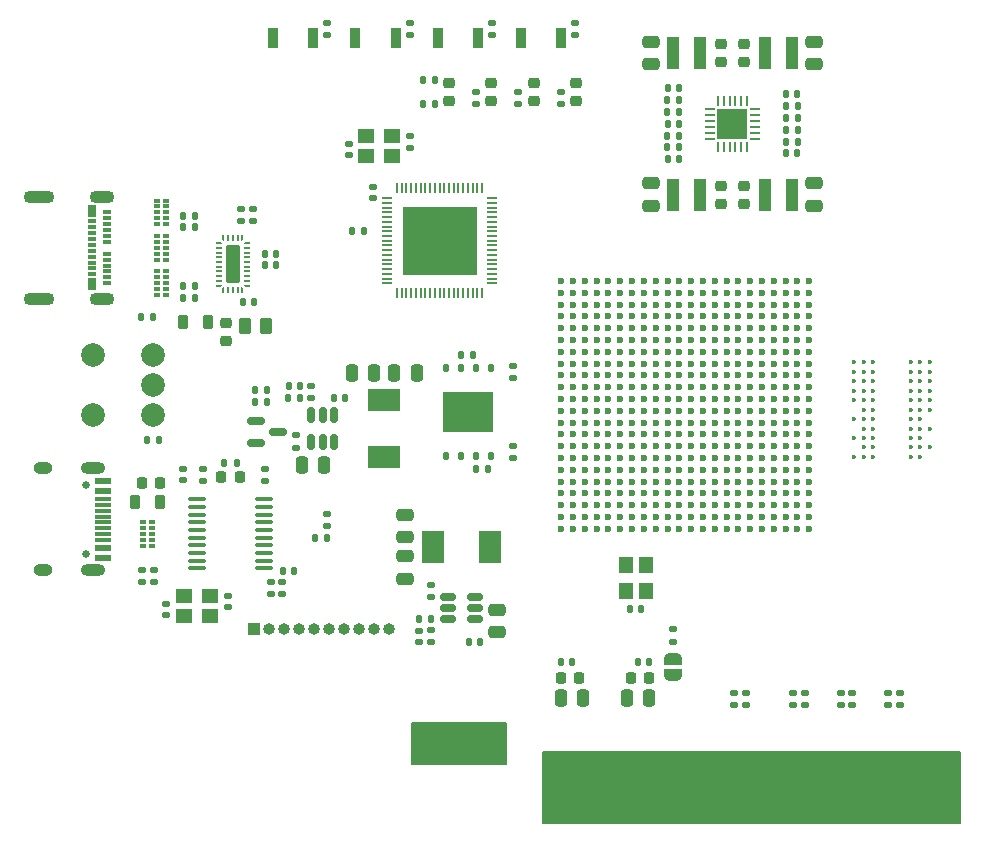
<source format=gbr>
%TF.GenerationSoftware,KiCad,Pcbnew,7.0.10*%
%TF.CreationDate,2024-01-01T19:00:51+10:00*%
%TF.ProjectId,PCIeDMA,50434965-444d-4412-9e6b-696361645f70,1*%
%TF.SameCoordinates,Original*%
%TF.FileFunction,Soldermask,Top*%
%TF.FilePolarity,Negative*%
%FSLAX46Y46*%
G04 Gerber Fmt 4.6, Leading zero omitted, Abs format (unit mm)*
G04 Created by KiCad (PCBNEW 7.0.10) date 2024-01-01 19:00:51*
%MOMM*%
%LPD*%
G01*
G04 APERTURE LIST*
G04 Aperture macros list*
%AMRoundRect*
0 Rectangle with rounded corners*
0 $1 Rounding radius*
0 $2 $3 $4 $5 $6 $7 $8 $9 X,Y pos of 4 corners*
0 Add a 4 corners polygon primitive as box body*
4,1,4,$2,$3,$4,$5,$6,$7,$8,$9,$2,$3,0*
0 Add four circle primitives for the rounded corners*
1,1,$1+$1,$2,$3*
1,1,$1+$1,$4,$5*
1,1,$1+$1,$6,$7*
1,1,$1+$1,$8,$9*
0 Add four rect primitives between the rounded corners*
20,1,$1+$1,$2,$3,$4,$5,0*
20,1,$1+$1,$4,$5,$6,$7,0*
20,1,$1+$1,$6,$7,$8,$9,0*
20,1,$1+$1,$8,$9,$2,$3,0*%
%AMFreePoly0*
4,1,18,-0.250000,0.050000,-0.246194,0.069134,-0.235355,0.085355,-0.219134,0.096194,-0.200000,0.100000,0.150000,0.100000,0.250000,0.000000,0.250000,-0.050000,0.246194,-0.069134,0.235355,-0.085355,0.219134,-0.096194,0.200000,-0.100000,-0.200000,-0.100000,-0.219134,-0.096194,-0.235355,-0.085355,-0.246194,-0.069134,-0.250000,-0.050000,-0.250000,0.050000,-0.250000,0.050000,$1*%
%AMFreePoly1*
4,1,18,-0.250000,0.050000,-0.246194,0.069134,-0.235355,0.085355,-0.219134,0.096194,-0.200000,0.100000,0.200000,0.100000,0.219134,0.096194,0.235355,0.085355,0.246194,0.069134,0.250000,0.050000,0.250000,0.000000,0.150000,-0.100000,-0.200000,-0.100000,-0.219134,-0.096194,-0.235355,-0.085355,-0.246194,-0.069134,-0.250000,-0.050000,-0.250000,0.050000,-0.250000,0.050000,$1*%
%AMFreePoly2*
4,1,18,-0.100000,0.150000,0.000000,0.250000,0.050000,0.250000,0.069134,0.246194,0.085355,0.235355,0.096194,0.219134,0.100000,0.200000,0.100000,-0.200000,0.096194,-0.219134,0.085355,-0.235355,0.069134,-0.246194,0.050000,-0.250000,-0.050000,-0.250000,-0.069134,-0.246194,-0.085355,-0.235355,-0.096194,-0.219134,-0.100000,-0.200000,-0.100000,0.150000,-0.100000,0.150000,$1*%
%AMFreePoly3*
4,1,18,-0.100000,0.200000,-0.096194,0.219134,-0.085355,0.235355,-0.069134,0.246194,-0.050000,0.250000,0.000000,0.250000,0.100000,0.150000,0.100000,-0.200000,0.096194,-0.219134,0.085355,-0.235355,0.069134,-0.246194,0.050000,-0.250000,-0.050000,-0.250000,-0.069134,-0.246194,-0.085355,-0.235355,-0.096194,-0.219134,-0.100000,-0.200000,-0.100000,0.200000,-0.100000,0.200000,$1*%
%AMFreePoly4*
4,1,18,-0.250000,0.050000,-0.246194,0.069134,-0.235355,0.085355,-0.219134,0.096194,-0.200000,0.100000,0.200000,0.100000,0.219134,0.096194,0.235355,0.085355,0.246194,0.069134,0.250000,0.050000,0.250000,-0.050000,0.246194,-0.069134,0.235355,-0.085355,0.219134,-0.096194,0.200000,-0.100000,-0.150000,-0.100000,-0.250000,0.000000,-0.250000,0.050000,-0.250000,0.050000,$1*%
%AMFreePoly5*
4,1,18,-0.250000,0.000000,-0.150000,0.100000,0.200000,0.100000,0.219134,0.096194,0.235355,0.085355,0.246194,0.069134,0.250000,0.050000,0.250000,-0.050000,0.246194,-0.069134,0.235355,-0.085355,0.219134,-0.096194,0.200000,-0.100000,-0.200000,-0.100000,-0.219134,-0.096194,-0.235355,-0.085355,-0.246194,-0.069134,-0.250000,-0.050000,-0.250000,0.000000,-0.250000,0.000000,$1*%
%AMFreePoly6*
4,1,18,-0.100000,0.200000,-0.096194,0.219134,-0.085355,0.235355,-0.069134,0.246194,-0.050000,0.250000,0.050000,0.250000,0.069134,0.246194,0.085355,0.235355,0.096194,0.219134,0.100000,0.200000,0.100000,-0.150000,0.000000,-0.250000,-0.050000,-0.250000,-0.069134,-0.246194,-0.085355,-0.235355,-0.096194,-0.219134,-0.100000,-0.200000,-0.100000,0.200000,-0.100000,0.200000,$1*%
%AMFreePoly7*
4,1,18,-0.100000,0.200000,-0.096194,0.219134,-0.085355,0.235355,-0.069134,0.246194,-0.050000,0.250000,0.050000,0.250000,0.069134,0.246194,0.085355,0.235355,0.096194,0.219134,0.100000,0.200000,0.100000,-0.200000,0.096194,-0.219134,0.085355,-0.235355,0.069134,-0.246194,0.050000,-0.250000,0.000000,-0.250000,-0.100000,-0.150000,-0.100000,0.200000,-0.100000,0.200000,$1*%
%AMFreePoly8*
4,1,19,0.500000,-0.750000,0.000000,-0.750000,0.000000,-0.744911,-0.071157,-0.744911,-0.207708,-0.704816,-0.327430,-0.627875,-0.420627,-0.520320,-0.479746,-0.390866,-0.500000,-0.250000,-0.500000,0.250000,-0.479746,0.390866,-0.420627,0.520320,-0.327430,0.627875,-0.207708,0.704816,-0.071157,0.744911,0.000000,0.744911,0.000000,0.750000,0.500000,0.750000,0.500000,-0.750000,0.500000,-0.750000,
$1*%
%AMFreePoly9*
4,1,19,0.000000,0.744911,0.071157,0.744911,0.207708,0.704816,0.327430,0.627875,0.420627,0.520320,0.479746,0.390866,0.500000,0.250000,0.500000,-0.250000,0.479746,-0.390866,0.420627,-0.520320,0.327430,-0.627875,0.207708,-0.704816,0.071157,-0.744911,0.000000,-0.744911,0.000000,-0.750000,-0.500000,-0.750000,-0.500000,0.750000,0.000000,0.750000,0.000000,0.744911,0.000000,0.744911,
$1*%
G04 Aperture macros list end*
%ADD10C,0.150000*%
%ADD11RoundRect,0.140000X0.170000X-0.140000X0.170000X0.140000X-0.170000X0.140000X-0.170000X-0.140000X0*%
%ADD12RoundRect,0.135000X0.185000X-0.135000X0.185000X0.135000X-0.185000X0.135000X-0.185000X-0.135000X0*%
%ADD13FreePoly0,180.000000*%
%ADD14RoundRect,0.050000X0.200000X0.050000X-0.200000X0.050000X-0.200000X-0.050000X0.200000X-0.050000X0*%
%ADD15FreePoly1,180.000000*%
%ADD16FreePoly2,180.000000*%
%ADD17RoundRect,0.050000X0.050000X0.200000X-0.050000X0.200000X-0.050000X-0.200000X0.050000X-0.200000X0*%
%ADD18FreePoly3,180.000000*%
%ADD19FreePoly4,180.000000*%
%ADD20FreePoly5,180.000000*%
%ADD21FreePoly6,180.000000*%
%ADD22FreePoly7,180.000000*%
%ADD23RoundRect,0.050000X0.550000X1.550000X-0.550000X1.550000X-0.550000X-1.550000X0.550000X-1.550000X0*%
%ADD24RoundRect,0.250000X0.475000X-0.250000X0.475000X0.250000X-0.475000X0.250000X-0.475000X-0.250000X0*%
%ADD25FreePoly8,270.000000*%
%ADD26FreePoly9,270.000000*%
%ADD27RoundRect,0.140000X-0.140000X-0.170000X0.140000X-0.170000X0.140000X0.170000X-0.140000X0.170000X0*%
%ADD28RoundRect,0.135000X-0.185000X0.135000X-0.185000X-0.135000X0.185000X-0.135000X0.185000X0.135000X0*%
%ADD29RoundRect,0.218750X-0.218750X-0.256250X0.218750X-0.256250X0.218750X0.256250X-0.218750X0.256250X0*%
%ADD30RoundRect,0.140000X-0.170000X0.140000X-0.170000X-0.140000X0.170000X-0.140000X0.170000X0.140000X0*%
%ADD31R,0.900000X1.700000*%
%ADD32RoundRect,0.225000X0.225000X0.250000X-0.225000X0.250000X-0.225000X-0.250000X0.225000X-0.250000X0*%
%ADD33R,2.790000X1.903000*%
%ADD34C,0.600000*%
%ADD35RoundRect,0.250000X-0.250000X-0.475000X0.250000X-0.475000X0.250000X0.475000X-0.250000X0.475000X0*%
%ADD36RoundRect,0.135000X-0.135000X-0.185000X0.135000X-0.185000X0.135000X0.185000X-0.135000X0.185000X0*%
%ADD37RoundRect,0.135000X0.135000X0.185000X-0.135000X0.185000X-0.135000X-0.185000X0.135000X-0.185000X0*%
%ADD38RoundRect,0.140000X0.140000X0.170000X-0.140000X0.170000X-0.140000X-0.170000X0.140000X-0.170000X0*%
%ADD39RoundRect,0.250000X-0.475000X0.250000X-0.475000X-0.250000X0.475000X-0.250000X0.475000X0.250000X0*%
%ADD40RoundRect,0.218750X-0.256250X0.218750X-0.256250X-0.218750X0.256250X-0.218750X0.256250X0.218750X0*%
%ADD41RoundRect,0.250000X0.250000X0.475000X-0.250000X0.475000X-0.250000X-0.475000X0.250000X-0.475000X0*%
%ADD42R,0.550000X0.300000*%
%ADD43R,0.550000X0.400000*%
%ADD44C,0.650000*%
%ADD45R,1.450000X0.600000*%
%ADD46R,1.450000X0.300000*%
%ADD47O,2.100000X1.000000*%
%ADD48O,1.600000X1.000000*%
%ADD49RoundRect,0.150000X-0.512500X-0.150000X0.512500X-0.150000X0.512500X0.150000X-0.512500X0.150000X0*%
%ADD50RoundRect,0.100000X0.637500X0.100000X-0.637500X0.100000X-0.637500X-0.100000X0.637500X-0.100000X0*%
%ADD51RoundRect,0.050000X-0.050000X0.387500X-0.050000X-0.387500X0.050000X-0.387500X0.050000X0.387500X0*%
%ADD52RoundRect,0.050000X-0.387500X0.050000X-0.387500X-0.050000X0.387500X-0.050000X0.387500X0.050000X0*%
%ADD53R,6.310000X5.810000*%
%ADD54R,1.000000X2.750000*%
%ADD55RoundRect,0.225000X-0.250000X0.225000X-0.250000X-0.225000X0.250000X-0.225000X0.250000X0.225000X0*%
%ADD56R,0.700000X0.300000*%
%ADD57R,0.700000X1.000000*%
%ADD58O,2.100000X1.100000*%
%ADD59O,2.600000X1.100000*%
%ADD60R,1.400000X1.200000*%
%ADD61RoundRect,0.125000X-0.125000X0.200000X-0.125000X-0.200000X0.125000X-0.200000X0.125000X0.200000X0*%
%ADD62R,4.300000X3.400000*%
%ADD63C,2.000000*%
%ADD64RoundRect,0.150000X-0.150000X0.512500X-0.150000X-0.512500X0.150000X-0.512500X0.150000X0.512500X0*%
%ADD65RoundRect,0.150000X-0.587500X-0.150000X0.587500X-0.150000X0.587500X0.150000X-0.587500X0.150000X0*%
%ADD66R,0.700000X4.300000*%
%ADD67R,0.700000X3.200000*%
%ADD68RoundRect,0.250000X-0.262500X-0.450000X0.262500X-0.450000X0.262500X0.450000X-0.262500X0.450000X0*%
%ADD69RoundRect,0.062500X-0.350000X-0.062500X0.350000X-0.062500X0.350000X0.062500X-0.350000X0.062500X0*%
%ADD70RoundRect,0.062500X-0.062500X-0.350000X0.062500X-0.350000X0.062500X0.350000X-0.062500X0.350000X0*%
%ADD71R,2.600000X2.600000*%
%ADD72RoundRect,0.218750X-0.218750X-0.381250X0.218750X-0.381250X0.218750X0.381250X-0.218750X0.381250X0*%
%ADD73R,1.903000X2.790000*%
%ADD74R,1.000000X1.000000*%
%ADD75O,1.000000X1.000000*%
%ADD76RoundRect,0.225000X0.250000X-0.225000X0.250000X0.225000X-0.250000X0.225000X-0.250000X-0.225000X0*%
%ADD77R,1.200000X1.400000*%
%ADD78C,0.360000*%
%ADD79RoundRect,0.225000X-0.225000X-0.250000X0.225000X-0.250000X0.225000X0.250000X-0.225000X0.250000X0*%
G04 APERTURE END LIST*
D10*
X79800000Y-69400000D02*
X44500000Y-69400000D01*
X44500000Y-63375000D01*
X79800000Y-63375000D01*
X79800000Y-69400000D01*
G36*
X79800000Y-69400000D02*
G01*
X44500000Y-69400000D01*
X44500000Y-63375000D01*
X79800000Y-63375000D01*
X79800000Y-69400000D01*
G37*
X41350000Y-64400000D02*
X33350000Y-64400000D01*
X33350000Y-60900000D01*
X41350000Y-60900000D01*
X41350000Y-64400000D01*
G36*
X41350000Y-64400000D02*
G01*
X33350000Y-64400000D01*
X33350000Y-60900000D01*
X41350000Y-60900000D01*
X41350000Y-64400000D01*
G37*
D11*
%TO.C,C28*%
X12550000Y-51830000D03*
X12550000Y-50870000D03*
%TD*%
D12*
%TO.C,R47*%
X23550000Y-37610000D03*
X23550000Y-36590000D03*
%TD*%
D13*
%TO.C,U6*%
X19400000Y-23900000D03*
D14*
X19400000Y-23500000D03*
X19400000Y-23100000D03*
X19400000Y-22700000D03*
X19400000Y-22300000D03*
X19400000Y-21900000D03*
X19400000Y-21500000D03*
X19400000Y-21100000D03*
X19400000Y-20700000D03*
D15*
X19400000Y-20300000D03*
D16*
X19000000Y-19900000D03*
D17*
X18600000Y-19900000D03*
X18200000Y-19900000D03*
X17800000Y-19900000D03*
D18*
X17400000Y-19900000D03*
D19*
X17000000Y-20300000D03*
D14*
X17000000Y-20700000D03*
X17000000Y-21100000D03*
X17000000Y-21500000D03*
X17000000Y-21900000D03*
X17000000Y-22300000D03*
X17000000Y-22700000D03*
X17000000Y-23100000D03*
X17000000Y-23500000D03*
D20*
X17000000Y-23900000D03*
D21*
X17400000Y-24300000D03*
D17*
X17800000Y-24300000D03*
X18200000Y-24300000D03*
X18600000Y-24300000D03*
D22*
X19000000Y-24300000D03*
D23*
X18200000Y-22100000D03*
%TD*%
D24*
%TO.C,C111*%
X53600000Y-17150000D03*
X53600000Y-15250000D03*
%TD*%
D25*
%TO.C,JP1*%
X55500000Y-55550000D03*
D26*
X55500000Y-56850000D03*
%TD*%
D27*
%TO.C,C21*%
X45970000Y-55800000D03*
X46930000Y-55800000D03*
%TD*%
D28*
%TO.C,R36*%
X38775000Y-7490000D03*
X38775000Y-8510000D03*
%TD*%
D29*
%TO.C,D1*%
X17212500Y-40100000D03*
X18787500Y-40100000D03*
%TD*%
D30*
%TO.C,C5*%
X60650000Y-58420000D03*
X60650000Y-59380000D03*
%TD*%
D27*
%TO.C,C31*%
X14020000Y-18925000D03*
X14980000Y-18925000D03*
%TD*%
D12*
%TO.C,R13*%
X15700000Y-40410000D03*
X15700000Y-39390000D03*
%TD*%
D27*
%TO.C,C34*%
X14020000Y-23975000D03*
X14980000Y-23975000D03*
%TD*%
D31*
%TO.C,SW3*%
X28575000Y-2900000D03*
X31975000Y-2900000D03*
%TD*%
D30*
%TO.C,C4*%
X74650000Y-58420000D03*
X74650000Y-59380000D03*
%TD*%
D32*
%TO.C,C25*%
X12025000Y-40600000D03*
X10475000Y-40600000D03*
%TD*%
%TO.C,C23*%
X53425000Y-57100000D03*
X51875000Y-57100000D03*
%TD*%
D27*
%TO.C,C107*%
X55020000Y-13200000D03*
X55980000Y-13200000D03*
%TD*%
D33*
%TO.C,L2*%
X31000000Y-38426500D03*
X31000000Y-33573500D03*
%TD*%
D34*
%TO.C,U8*%
X67000000Y-44500000D03*
X66000000Y-44500000D03*
X65000000Y-44500000D03*
X64000000Y-44500000D03*
X63000000Y-44500000D03*
X62000000Y-44500000D03*
X61000000Y-44500000D03*
X60000000Y-44500000D03*
X59000000Y-44500000D03*
X58000000Y-44500000D03*
X57000000Y-44500000D03*
X56000000Y-44500000D03*
X55000000Y-44500000D03*
X54000000Y-44500000D03*
X53000000Y-44500000D03*
X52000000Y-44500000D03*
X51000000Y-44500000D03*
X50000000Y-44500000D03*
X49000000Y-44500000D03*
X48000000Y-44500000D03*
X47000000Y-44500000D03*
X46000000Y-44500000D03*
X67000000Y-24500000D03*
X66000000Y-24500000D03*
X65000000Y-24500000D03*
X64000000Y-24500000D03*
X63000000Y-24500000D03*
X62000000Y-24500000D03*
X61000000Y-24500000D03*
X60000000Y-24500000D03*
X59000000Y-24500000D03*
X58000000Y-24500000D03*
X57000000Y-24500000D03*
X56000000Y-24500000D03*
X55000000Y-24500000D03*
X54000000Y-24500000D03*
X53000000Y-24500000D03*
X52000000Y-24500000D03*
X51000000Y-24500000D03*
X50000000Y-24500000D03*
X49000000Y-24500000D03*
X48000000Y-24500000D03*
X47000000Y-24500000D03*
X46000000Y-24500000D03*
X67000000Y-23500000D03*
X66000000Y-23500000D03*
X65000000Y-23500000D03*
X64000000Y-23500000D03*
X63000000Y-23500000D03*
X62000000Y-23500000D03*
X61000000Y-23500000D03*
X60000000Y-23500000D03*
X59000000Y-23500000D03*
X58000000Y-23500000D03*
X57000000Y-23500000D03*
X56000000Y-23500000D03*
X55000000Y-23500000D03*
X54000000Y-23500000D03*
X53000000Y-23500000D03*
X52000000Y-23500000D03*
X51000000Y-23500000D03*
X50000000Y-23500000D03*
X49000000Y-23500000D03*
X48000000Y-23500000D03*
X47000000Y-23500000D03*
X46000000Y-23500000D03*
X67000000Y-43500000D03*
X66000000Y-43500000D03*
X65000000Y-43500000D03*
X64000000Y-43500000D03*
X63000000Y-43500000D03*
X62000000Y-43500000D03*
X61000000Y-43500000D03*
X60000000Y-43500000D03*
X59000000Y-43500000D03*
X58000000Y-43500000D03*
X57000000Y-43500000D03*
X56000000Y-43500000D03*
X55000000Y-43500000D03*
X54000000Y-43500000D03*
X53000000Y-43500000D03*
X52000000Y-43500000D03*
X51000000Y-43500000D03*
X50000000Y-43500000D03*
X49000000Y-43500000D03*
X48000000Y-43500000D03*
X47000000Y-43500000D03*
X46000000Y-43500000D03*
X67000000Y-42500000D03*
X66000000Y-42500000D03*
X65000000Y-42500000D03*
X64000000Y-42500000D03*
X63000000Y-42500000D03*
X62000000Y-42500000D03*
X61000000Y-42500000D03*
X60000000Y-42500000D03*
X59000000Y-42500000D03*
X58000000Y-42500000D03*
X57000000Y-42500000D03*
X56000000Y-42500000D03*
X55000000Y-42500000D03*
X54000000Y-42500000D03*
X53000000Y-42500000D03*
X52000000Y-42500000D03*
X51000000Y-42500000D03*
X50000000Y-42500000D03*
X49000000Y-42500000D03*
X48000000Y-42500000D03*
X47000000Y-42500000D03*
X46000000Y-42500000D03*
X67000000Y-41500000D03*
X66000000Y-41500000D03*
X65000000Y-41500000D03*
X64000000Y-41500000D03*
X63000000Y-41500000D03*
X62000000Y-41500000D03*
X61000000Y-41500000D03*
X60000000Y-41500000D03*
X59000000Y-41500000D03*
X58000000Y-41500000D03*
X57000000Y-41500000D03*
X56000000Y-41500000D03*
X55000000Y-41500000D03*
X54000000Y-41500000D03*
X53000000Y-41500000D03*
X52000000Y-41500000D03*
X51000000Y-41500000D03*
X50000000Y-41500000D03*
X49000000Y-41500000D03*
X48000000Y-41500000D03*
X47000000Y-41500000D03*
X46000000Y-41500000D03*
X67000000Y-40500000D03*
X66000000Y-40500000D03*
X65000000Y-40500000D03*
X64000000Y-40500000D03*
X63000000Y-40500000D03*
X62000000Y-40500000D03*
X61000000Y-40500000D03*
X60000000Y-40500000D03*
X59000000Y-40500000D03*
X58000000Y-40500000D03*
X57000000Y-40500000D03*
X56000000Y-40500000D03*
X55000000Y-40500000D03*
X54000000Y-40500000D03*
X53000000Y-40500000D03*
X52000000Y-40500000D03*
X51000000Y-40500000D03*
X50000000Y-40500000D03*
X49000000Y-40500000D03*
X48000000Y-40500000D03*
X47000000Y-40500000D03*
X46000000Y-40500000D03*
X67000000Y-39500000D03*
X66000000Y-39500000D03*
X65000000Y-39500000D03*
X64000000Y-39500000D03*
X63000000Y-39500000D03*
X62000000Y-39500000D03*
X61000000Y-39500000D03*
X60000000Y-39500000D03*
X59000000Y-39500000D03*
X58000000Y-39500000D03*
X57000000Y-39500000D03*
X56000000Y-39500000D03*
X55000000Y-39500000D03*
X54000000Y-39500000D03*
X53000000Y-39500000D03*
X52000000Y-39500000D03*
X51000000Y-39500000D03*
X50000000Y-39500000D03*
X49000000Y-39500000D03*
X48000000Y-39500000D03*
X47000000Y-39500000D03*
X46000000Y-39500000D03*
X67000000Y-38500000D03*
X66000000Y-38500000D03*
X65000000Y-38500000D03*
X64000000Y-38500000D03*
X63000000Y-38500000D03*
X62000000Y-38500000D03*
X61000000Y-38500000D03*
X60000000Y-38500000D03*
X59000000Y-38500000D03*
X58000000Y-38500000D03*
X57000000Y-38500000D03*
X56000000Y-38500000D03*
X55000000Y-38500000D03*
X54000000Y-38500000D03*
X53000000Y-38500000D03*
X52000000Y-38500000D03*
X51000000Y-38500000D03*
X50000000Y-38500000D03*
X49000000Y-38500000D03*
X48000000Y-38500000D03*
X47000000Y-38500000D03*
X46000000Y-38500000D03*
X67000000Y-37500000D03*
X66000000Y-37500000D03*
X65000000Y-37500000D03*
X64000000Y-37500000D03*
X63000000Y-37500000D03*
X62000000Y-37500000D03*
X61000000Y-37500000D03*
X60000000Y-37500000D03*
X59000000Y-37500000D03*
X58000000Y-37500000D03*
X57000000Y-37500000D03*
X56000000Y-37500000D03*
X55000000Y-37500000D03*
X54000000Y-37500000D03*
X53000000Y-37500000D03*
X52000000Y-37500000D03*
X51000000Y-37500000D03*
X50000000Y-37500000D03*
X49000000Y-37500000D03*
X48000000Y-37500000D03*
X47000000Y-37500000D03*
X46000000Y-37500000D03*
X67000000Y-36500000D03*
X66000000Y-36500000D03*
X65000000Y-36500000D03*
X64000000Y-36500000D03*
X63000000Y-36500000D03*
X62000000Y-36500000D03*
X61000000Y-36500000D03*
X60000000Y-36500000D03*
X59000000Y-36500000D03*
X58000000Y-36500000D03*
X57000000Y-36500000D03*
X56000000Y-36500000D03*
X55000000Y-36500000D03*
X54000000Y-36500000D03*
X53000000Y-36500000D03*
X52000000Y-36500000D03*
X51000000Y-36500000D03*
X50000000Y-36500000D03*
X49000000Y-36500000D03*
X48000000Y-36500000D03*
X47000000Y-36500000D03*
X46000000Y-36500000D03*
X67000000Y-35500000D03*
X66000000Y-35500000D03*
X65000000Y-35500000D03*
X64000000Y-35500000D03*
X63000000Y-35500000D03*
X62000000Y-35500000D03*
X61000000Y-35500000D03*
X60000000Y-35500000D03*
X59000000Y-35500000D03*
X58000000Y-35500000D03*
X57000000Y-35500000D03*
X56000000Y-35500000D03*
X55000000Y-35500000D03*
X54000000Y-35500000D03*
X53000000Y-35500000D03*
X52000000Y-35500000D03*
X51000000Y-35500000D03*
X50000000Y-35500000D03*
X49000000Y-35500000D03*
X48000000Y-35500000D03*
X47000000Y-35500000D03*
X46000000Y-35500000D03*
X67000000Y-34500000D03*
X66000000Y-34500000D03*
X65000000Y-34500000D03*
X64000000Y-34500000D03*
X63000000Y-34500000D03*
X62000000Y-34500000D03*
X61000000Y-34500000D03*
X60000000Y-34500000D03*
X59000000Y-34500000D03*
X58000000Y-34500000D03*
X57000000Y-34500000D03*
X56000000Y-34500000D03*
X55000000Y-34500000D03*
X54000000Y-34500000D03*
X53000000Y-34500000D03*
X52000000Y-34500000D03*
X51000000Y-34500000D03*
X50000000Y-34500000D03*
X49000000Y-34500000D03*
X48000000Y-34500000D03*
X47000000Y-34500000D03*
X46000000Y-34500000D03*
X67000000Y-33500000D03*
X66000000Y-33500000D03*
X65000000Y-33500000D03*
X64000000Y-33500000D03*
X63000000Y-33500000D03*
X62000000Y-33500000D03*
X61000000Y-33500000D03*
X60000000Y-33500000D03*
X59000000Y-33500000D03*
X58000000Y-33500000D03*
X57000000Y-33500000D03*
X56000000Y-33500000D03*
X55000000Y-33500000D03*
X54000000Y-33500000D03*
X53000000Y-33500000D03*
X52000000Y-33500000D03*
X51000000Y-33500000D03*
X50000000Y-33500000D03*
X49000000Y-33500000D03*
X48000000Y-33500000D03*
X47000000Y-33500000D03*
X46000000Y-33500000D03*
X67000000Y-32500000D03*
X66000000Y-32500000D03*
X65000000Y-32500000D03*
X64000000Y-32500000D03*
X63000000Y-32500000D03*
X62000000Y-32500000D03*
X61000000Y-32500000D03*
X60000000Y-32500000D03*
X59000000Y-32500000D03*
X58000000Y-32500000D03*
X57000000Y-32500000D03*
X56000000Y-32500000D03*
X55000000Y-32500000D03*
X54000000Y-32500000D03*
X53000000Y-32500000D03*
X52000000Y-32500000D03*
X51000000Y-32500000D03*
X50000000Y-32500000D03*
X49000000Y-32500000D03*
X48000000Y-32500000D03*
X47000000Y-32500000D03*
X46000000Y-32500000D03*
X67000000Y-31500000D03*
X66000000Y-31500000D03*
X65000000Y-31500000D03*
X64000000Y-31500000D03*
X63000000Y-31500000D03*
X62000000Y-31500000D03*
X61000000Y-31500000D03*
X60000000Y-31500000D03*
X59000000Y-31500000D03*
X58000000Y-31500000D03*
X57000000Y-31500000D03*
X56000000Y-31500000D03*
X55000000Y-31500000D03*
X54000000Y-31500000D03*
X53000000Y-31500000D03*
X52000000Y-31500000D03*
X51000000Y-31500000D03*
X50000000Y-31500000D03*
X49000000Y-31500000D03*
X48000000Y-31500000D03*
X47000000Y-31500000D03*
X46000000Y-31500000D03*
X67000000Y-30500000D03*
X66000000Y-30500000D03*
X65000000Y-30500000D03*
X64000000Y-30500000D03*
X63000000Y-30500000D03*
X62000000Y-30500000D03*
X61000000Y-30500000D03*
X60000000Y-30500000D03*
X59000000Y-30500000D03*
X58000000Y-30500000D03*
X57000000Y-30500000D03*
X56000000Y-30500000D03*
X55000000Y-30500000D03*
X54000000Y-30500000D03*
X53000000Y-30500000D03*
X52000000Y-30500000D03*
X51000000Y-30500000D03*
X50000000Y-30500000D03*
X49000000Y-30500000D03*
X48000000Y-30500000D03*
X47000000Y-30500000D03*
X46000000Y-30500000D03*
X67000000Y-29500000D03*
X66000000Y-29500000D03*
X65000000Y-29500000D03*
X64000000Y-29500000D03*
X63000000Y-29500000D03*
X62000000Y-29500000D03*
X61000000Y-29500000D03*
X60000000Y-29500000D03*
X59000000Y-29500000D03*
X58000000Y-29500000D03*
X57000000Y-29500000D03*
X56000000Y-29500000D03*
X55000000Y-29500000D03*
X54000000Y-29500000D03*
X53000000Y-29500000D03*
X52000000Y-29500000D03*
X51000000Y-29500000D03*
X50000000Y-29500000D03*
X49000000Y-29500000D03*
X48000000Y-29500000D03*
X47000000Y-29500000D03*
X46000000Y-29500000D03*
X67000000Y-28500000D03*
X66000000Y-28500000D03*
X65000000Y-28500000D03*
X64000000Y-28500000D03*
X63000000Y-28500000D03*
X62000000Y-28500000D03*
X61000000Y-28500000D03*
X60000000Y-28500000D03*
X59000000Y-28500000D03*
X58000000Y-28500000D03*
X57000000Y-28500000D03*
X56000000Y-28500000D03*
X55000000Y-28500000D03*
X54000000Y-28500000D03*
X53000000Y-28500000D03*
X52000000Y-28500000D03*
X51000000Y-28500000D03*
X50000000Y-28500000D03*
X49000000Y-28500000D03*
X48000000Y-28500000D03*
X47000000Y-28500000D03*
X46000000Y-28500000D03*
X67000000Y-27500000D03*
X66000000Y-27500000D03*
X65000000Y-27500000D03*
X64000000Y-27500000D03*
X63000000Y-27500000D03*
X62000000Y-27500000D03*
X61000000Y-27500000D03*
X60000000Y-27500000D03*
X59000000Y-27500000D03*
X58000000Y-27500000D03*
X57000000Y-27500000D03*
X56000000Y-27500000D03*
X55000000Y-27500000D03*
X54000000Y-27500000D03*
X53000000Y-27500000D03*
X52000000Y-27500000D03*
X51000000Y-27500000D03*
X50000000Y-27500000D03*
X49000000Y-27500000D03*
X48000000Y-27500000D03*
X47000000Y-27500000D03*
X46000000Y-27500000D03*
X67000000Y-26500000D03*
X66000000Y-26500000D03*
X65000000Y-26500000D03*
X64000000Y-26500000D03*
X63000000Y-26500000D03*
X62000000Y-26500000D03*
X61000000Y-26500000D03*
X60000000Y-26500000D03*
X59000000Y-26500000D03*
X58000000Y-26500000D03*
X57000000Y-26500000D03*
X56000000Y-26500000D03*
X55000000Y-26500000D03*
X54000000Y-26500000D03*
X53000000Y-26500000D03*
X52000000Y-26500000D03*
X51000000Y-26500000D03*
X50000000Y-26500000D03*
X49000000Y-26500000D03*
X48000000Y-26500000D03*
X47000000Y-26500000D03*
X46000000Y-26500000D03*
X67000000Y-25500000D03*
X66000000Y-25500000D03*
X65000000Y-25500000D03*
X64000000Y-25500000D03*
X63000000Y-25500000D03*
X62000000Y-25500000D03*
X61000000Y-25500000D03*
X60000000Y-25500000D03*
X59000000Y-25500000D03*
X58000000Y-25500000D03*
X57000000Y-25500000D03*
X56000000Y-25500000D03*
X55000000Y-25500000D03*
X54000000Y-25500000D03*
X53000000Y-25500000D03*
X52000000Y-25500000D03*
X51000000Y-25500000D03*
X50000000Y-25500000D03*
X49000000Y-25500000D03*
X48000000Y-25500000D03*
X47000000Y-25500000D03*
X46000000Y-25500000D03*
%TD*%
D11*
%TO.C,C29*%
X14000000Y-40380000D03*
X14000000Y-39420000D03*
%TD*%
D28*
%TO.C,R27*%
X45975000Y-7490000D03*
X45975000Y-8510000D03*
%TD*%
D35*
%TO.C,C99*%
X31850000Y-31300000D03*
X33750000Y-31300000D03*
%TD*%
D36*
%TO.C,R9*%
X17490000Y-38900000D03*
X18510000Y-38900000D03*
%TD*%
D11*
%TO.C,C93*%
X34000000Y-54080000D03*
X34000000Y-53120000D03*
%TD*%
%TO.C,C88*%
X41900000Y-38480000D03*
X41900000Y-37520000D03*
%TD*%
D37*
%TO.C,R18*%
X26210000Y-45250000D03*
X25190000Y-45250000D03*
%TD*%
D36*
%TO.C,R59*%
X64990000Y-8700000D03*
X66010000Y-8700000D03*
%TD*%
D38*
%TO.C,C101*%
X55980000Y-10200000D03*
X55020000Y-10200000D03*
%TD*%
D39*
%TO.C,C95*%
X32800000Y-46800000D03*
X32800000Y-48700000D03*
%TD*%
D36*
%TO.C,R53*%
X64990000Y-11700000D03*
X66010000Y-11700000D03*
%TD*%
D28*
%TO.C,R29*%
X26175000Y-1690000D03*
X26175000Y-2710000D03*
%TD*%
%TO.C,R24*%
X47175000Y-1690000D03*
X47175000Y-2710000D03*
%TD*%
D40*
%TO.C,D2*%
X47275000Y-6712500D03*
X47275000Y-8287500D03*
%TD*%
D36*
%TO.C,R48*%
X22890000Y-33400000D03*
X23910000Y-33400000D03*
%TD*%
D37*
%TO.C,R58*%
X66010000Y-9700000D03*
X64990000Y-9700000D03*
%TD*%
D41*
%TO.C,C100*%
X30150000Y-31300000D03*
X28250000Y-31300000D03*
%TD*%
D27*
%TO.C,C33*%
X14020000Y-17975000D03*
X14980000Y-17975000D03*
%TD*%
D42*
%TO.C,U4*%
X11765000Y-16700000D03*
X11765000Y-17200000D03*
D43*
X11765000Y-17700000D03*
D42*
X11765000Y-18200000D03*
X11765000Y-18700000D03*
X12535000Y-18700000D03*
X12535000Y-18200000D03*
D43*
X12535000Y-17700000D03*
D42*
X12535000Y-17200000D03*
X12535000Y-16700000D03*
%TD*%
D44*
%TO.C,J2*%
X5790000Y-40810000D03*
X5790000Y-46590000D03*
D45*
X7235000Y-40450000D03*
X7235000Y-41250000D03*
D46*
X7235000Y-42450000D03*
X7235000Y-43450000D03*
X7235000Y-43950000D03*
X7235000Y-44950000D03*
D45*
X7235000Y-46150000D03*
X7235000Y-46950000D03*
X7235000Y-46950000D03*
X7235000Y-46150000D03*
D46*
X7235000Y-45450000D03*
X7235000Y-44450000D03*
X7235000Y-42950000D03*
X7235000Y-41950000D03*
D45*
X7235000Y-41250000D03*
X7235000Y-40450000D03*
D47*
X6320000Y-39380000D03*
D48*
X2140000Y-39380000D03*
D47*
X6320000Y-48020000D03*
D48*
X2140000Y-48020000D03*
%TD*%
D49*
%TO.C,U10*%
X36412500Y-50250000D03*
X36412500Y-51200000D03*
X36412500Y-52150000D03*
X38687500Y-52150000D03*
X38687500Y-51200000D03*
X38687500Y-50250000D03*
%TD*%
D41*
%TO.C,C22*%
X53450000Y-58850000D03*
X51550000Y-58850000D03*
%TD*%
D30*
%TO.C,C2*%
X66650000Y-58420000D03*
X66650000Y-59380000D03*
%TD*%
D12*
%TO.C,R39*%
X41900000Y-31760000D03*
X41900000Y-30740000D03*
%TD*%
D50*
%TO.C,U2*%
X20862500Y-47850000D03*
X20862500Y-47200000D03*
X20862500Y-46550000D03*
X20862500Y-45900000D03*
X20862500Y-45250000D03*
X20862500Y-44600000D03*
X20862500Y-43950000D03*
X20862500Y-43300000D03*
X20862500Y-42650000D03*
X20862500Y-42000000D03*
X15137500Y-42000000D03*
X15137500Y-42650000D03*
X15137500Y-43300000D03*
X15137500Y-43950000D03*
X15137500Y-44600000D03*
X15137500Y-45250000D03*
X15137500Y-45900000D03*
X15137500Y-46550000D03*
X15137500Y-47200000D03*
X15137500Y-47850000D03*
%TD*%
D51*
%TO.C,U7*%
X39300000Y-15662500D03*
X38900000Y-15662500D03*
X38500000Y-15662500D03*
X38100000Y-15662500D03*
X37700000Y-15662500D03*
X37300000Y-15662500D03*
X36900000Y-15662500D03*
X36500000Y-15662500D03*
X36100000Y-15662500D03*
X35700000Y-15662500D03*
X35300000Y-15662500D03*
X34900000Y-15662500D03*
X34500000Y-15662500D03*
X34100000Y-15662500D03*
X33700000Y-15662500D03*
X33300000Y-15662500D03*
X32900000Y-15662500D03*
X32500000Y-15662500D03*
X32100000Y-15662500D03*
D52*
X31262500Y-16500000D03*
X31262500Y-16900000D03*
X31262500Y-17300000D03*
X31262500Y-17700000D03*
X31262500Y-18100000D03*
X31262500Y-18500000D03*
X31262500Y-18900000D03*
X31262500Y-19300000D03*
X31262500Y-19700000D03*
X31262500Y-20100000D03*
X31262500Y-20500000D03*
X31262500Y-20900000D03*
X31262500Y-21300000D03*
X31262500Y-21700000D03*
X31262500Y-22100000D03*
X31262500Y-22500000D03*
X31262500Y-22900000D03*
X31262500Y-23300000D03*
X31262500Y-23700000D03*
D51*
X32100000Y-24537500D03*
X32500000Y-24537500D03*
X32900000Y-24537500D03*
X33300000Y-24537500D03*
X33700000Y-24537500D03*
X34100000Y-24537500D03*
X34500000Y-24537500D03*
X34900000Y-24537500D03*
X35300000Y-24537500D03*
X35700000Y-24537500D03*
X36100000Y-24537500D03*
X36500000Y-24537500D03*
X36900000Y-24537500D03*
X37300000Y-24537500D03*
X37700000Y-24537500D03*
X38100000Y-24537500D03*
X38500000Y-24537500D03*
X38900000Y-24537500D03*
X39300000Y-24537500D03*
D52*
X40137500Y-23700000D03*
X40137500Y-23300000D03*
X40137500Y-22900000D03*
X40137500Y-22500000D03*
X40137500Y-22100000D03*
X40137500Y-21700000D03*
X40137500Y-21300000D03*
X40137500Y-20900000D03*
X40137500Y-20500000D03*
X40137500Y-20100000D03*
X40137500Y-19700000D03*
X40137500Y-19300000D03*
X40137500Y-18900000D03*
X40137500Y-18500000D03*
X40137500Y-18100000D03*
X40137500Y-17700000D03*
X40137500Y-17300000D03*
X40137500Y-16900000D03*
X40137500Y-16500000D03*
D53*
X35700000Y-20100000D03*
%TD*%
D39*
%TO.C,C113*%
X67400000Y-3250000D03*
X67400000Y-5150000D03*
%TD*%
D27*
%TO.C,C91*%
X38170000Y-54050000D03*
X39130000Y-54050000D03*
%TD*%
D36*
%TO.C,R46*%
X20040000Y-33762500D03*
X21060000Y-33762500D03*
%TD*%
D30*
%TO.C,C1*%
X61650000Y-58420000D03*
X61650000Y-59380000D03*
%TD*%
D36*
%TO.C,R54*%
X54990000Y-11200000D03*
X56010000Y-11200000D03*
%TD*%
D54*
%TO.C,L4*%
X57750000Y-16200000D03*
X55450000Y-16200000D03*
%TD*%
D38*
%TO.C,C109*%
X65980000Y-7700000D03*
X65020000Y-7700000D03*
%TD*%
D37*
%TO.C,R38*%
X38510000Y-29800000D03*
X37490000Y-29800000D03*
%TD*%
D55*
%TO.C,C30*%
X17600000Y-27025000D03*
X17600000Y-28575000D03*
%TD*%
D11*
%TO.C,C41*%
X30050000Y-16480000D03*
X30050000Y-15520000D03*
%TD*%
D12*
%TO.C,R49*%
X24800000Y-33410000D03*
X24800000Y-32390000D03*
%TD*%
D37*
%TO.C,R55*%
X56010000Y-12200000D03*
X54990000Y-12200000D03*
%TD*%
D28*
%TO.C,R20*%
X19900000Y-17390000D03*
X19900000Y-18410000D03*
%TD*%
D37*
%TO.C,R52*%
X66010000Y-10700000D03*
X64990000Y-10700000D03*
%TD*%
D56*
%TO.C,J4*%
X7540000Y-17700000D03*
X7540000Y-18200000D03*
X7540000Y-18700000D03*
X7540000Y-19200000D03*
X7540000Y-19700000D03*
X7540000Y-20200000D03*
X7540000Y-21200000D03*
X7540000Y-21700000D03*
X7540000Y-22200000D03*
X7540000Y-22700000D03*
X7540000Y-23200000D03*
X7540000Y-23700000D03*
D57*
X6240000Y-23800000D03*
D56*
X6240000Y-22950000D03*
X6240000Y-22450000D03*
X6240000Y-21950000D03*
X6240000Y-21450000D03*
X6240000Y-20950000D03*
X6240000Y-20450000D03*
X6240000Y-19950000D03*
X6240000Y-19450000D03*
X6240000Y-18950000D03*
X6240000Y-18450000D03*
D57*
X6240000Y-17600000D03*
D58*
X7130000Y-16380000D03*
D59*
X1770000Y-16380000D03*
D58*
X7130000Y-25020000D03*
D59*
X1770000Y-25020000D03*
%TD*%
D30*
%TO.C,C3*%
X70650000Y-58420000D03*
X70650000Y-59380000D03*
%TD*%
D40*
%TO.C,D5*%
X36475000Y-6712500D03*
X36475000Y-8287500D03*
%TD*%
D24*
%TO.C,C110*%
X67400000Y-17150000D03*
X67400000Y-15250000D03*
%TD*%
D54*
%TO.C,L3*%
X63250000Y-16200000D03*
X65550000Y-16200000D03*
%TD*%
D30*
%TO.C,C8*%
X73650000Y-58420000D03*
X73650000Y-59380000D03*
%TD*%
D37*
%TO.C,R23*%
X29310000Y-19300000D03*
X28290000Y-19300000D03*
%TD*%
D28*
%TO.C,R21*%
X18900000Y-17390000D03*
X18900000Y-18410000D03*
%TD*%
D35*
%TO.C,C19*%
X45950000Y-58850000D03*
X47850000Y-58850000D03*
%TD*%
D60*
%TO.C,Y1*%
X16250000Y-50150000D03*
X14050000Y-50150000D03*
X14050000Y-51850000D03*
X16250000Y-51850000D03*
%TD*%
D40*
%TO.C,D3*%
X43675000Y-6712500D03*
X43675000Y-8287500D03*
%TD*%
D36*
%TO.C,R45*%
X20040000Y-32762500D03*
X21060000Y-32762500D03*
%TD*%
D41*
%TO.C,C96*%
X25950000Y-39050000D03*
X24050000Y-39050000D03*
%TD*%
D28*
%TO.C,R26*%
X42375000Y-7490000D03*
X42375000Y-8510000D03*
%TD*%
D61*
%TO.C,U9*%
X40030000Y-30850000D03*
X38760000Y-30850000D03*
X37490000Y-30850000D03*
X36220000Y-30850000D03*
X36220000Y-38350000D03*
X37490000Y-38350000D03*
X38760000Y-38350000D03*
X40030000Y-38350000D03*
D62*
X38125000Y-34600000D03*
%TD*%
D63*
%TO.C,SW5*%
X6320000Y-29760000D03*
X6320000Y-34840000D03*
X11400000Y-29760000D03*
X11400000Y-32300000D03*
X11400000Y-34840000D03*
%TD*%
D36*
%TO.C,R32*%
X34265000Y-8500000D03*
X35285000Y-8500000D03*
%TD*%
D54*
%TO.C,L6*%
X63250000Y-4200000D03*
X65550000Y-4200000D03*
%TD*%
D39*
%TO.C,C112*%
X53600000Y-3250000D03*
X53600000Y-5150000D03*
%TD*%
D28*
%TO.C,R6*%
X11500000Y-47990000D03*
X11500000Y-49010000D03*
%TD*%
D30*
%TO.C,C27*%
X17750000Y-50170000D03*
X17750000Y-51130000D03*
%TD*%
D64*
%TO.C,U11*%
X26750000Y-34862500D03*
X25800000Y-34862500D03*
X24850000Y-34862500D03*
X24850000Y-37137500D03*
X25800000Y-37137500D03*
X26750000Y-37137500D03*
%TD*%
D12*
%TO.C,R43*%
X35000000Y-54110000D03*
X35000000Y-53090000D03*
%TD*%
D30*
%TO.C,C39*%
X33200000Y-11250000D03*
X33200000Y-12210000D03*
%TD*%
D65*
%TO.C,Q1*%
X20125000Y-35350000D03*
X20125000Y-37250000D03*
X22000000Y-36300000D03*
%TD*%
D27*
%TO.C,C98*%
X22920000Y-32400000D03*
X23880000Y-32400000D03*
%TD*%
D28*
%TO.C,R25*%
X40175000Y-1690000D03*
X40175000Y-2710000D03*
%TD*%
D38*
%TO.C,C89*%
X52760000Y-51250000D03*
X51800000Y-51250000D03*
%TD*%
D55*
%TO.C,C102*%
X61500000Y-15425000D03*
X61500000Y-16975000D03*
%TD*%
D42*
%TO.C,U1*%
X10615000Y-43950000D03*
X10615000Y-44450000D03*
D43*
X10615000Y-44950000D03*
D42*
X10615000Y-45450000D03*
X10615000Y-45950000D03*
X11385000Y-45950000D03*
X11385000Y-45450000D03*
D43*
X11385000Y-44950000D03*
D42*
X11385000Y-44450000D03*
X11385000Y-43950000D03*
%TD*%
D12*
%TO.C,R17*%
X20900000Y-40410000D03*
X20900000Y-39390000D03*
%TD*%
D42*
%TO.C,U5*%
X11765000Y-22700000D03*
X11765000Y-23200000D03*
D43*
X11765000Y-23700000D03*
D42*
X11765000Y-24200000D03*
X11765000Y-24700000D03*
X12535000Y-24700000D03*
X12535000Y-24200000D03*
D43*
X12535000Y-23700000D03*
D42*
X12535000Y-23200000D03*
X12535000Y-22700000D03*
%TD*%
D27*
%TO.C,C108*%
X55020000Y-7200000D03*
X55980000Y-7200000D03*
%TD*%
D38*
%TO.C,C106*%
X65980000Y-12700000D03*
X65020000Y-12700000D03*
%TD*%
D31*
%TO.C,SW1*%
X42575000Y-2900000D03*
X45975000Y-2900000D03*
%TD*%
D55*
%TO.C,C103*%
X59500000Y-15425000D03*
X59500000Y-16975000D03*
%TD*%
D66*
%TO.C,J1*%
X45650000Y-65450000D03*
X46650000Y-65450000D03*
X47650000Y-65450000D03*
X48650000Y-65450000D03*
X49650000Y-65450000D03*
X50650000Y-65450000D03*
X51650000Y-65450000D03*
X52650000Y-65450000D03*
X53650000Y-65450000D03*
X54650000Y-65450000D03*
X55650000Y-65450000D03*
X58650000Y-65450000D03*
X59650000Y-65450000D03*
X60650000Y-65450000D03*
X61650000Y-65450000D03*
X62650000Y-65450000D03*
X63650000Y-65450000D03*
X64650000Y-65450000D03*
X65650000Y-65450000D03*
X66650000Y-65450000D03*
X67650000Y-65450000D03*
X68650000Y-65450000D03*
X69650000Y-65450000D03*
X70650000Y-65450000D03*
X71650000Y-65450000D03*
X72650000Y-65450000D03*
X73650000Y-65450000D03*
X74650000Y-65450000D03*
X75650000Y-65450000D03*
X76650000Y-65450000D03*
D67*
X77650000Y-64900000D03*
D66*
X78650000Y-65450000D03*
%TD*%
D40*
%TO.C,D4*%
X40075000Y-6712500D03*
X40075000Y-8287500D03*
%TD*%
D31*
%TO.C,SW4*%
X21575000Y-2900000D03*
X24975000Y-2900000D03*
%TD*%
D28*
%TO.C,R8*%
X22400000Y-48990000D03*
X22400000Y-50010000D03*
%TD*%
D30*
%TO.C,C7*%
X69650000Y-58420000D03*
X69650000Y-59380000D03*
%TD*%
D68*
%TO.C,R19*%
X19187500Y-27300000D03*
X21012500Y-27300000D03*
%TD*%
D28*
%TO.C,R5*%
X10500000Y-47990000D03*
X10500000Y-49010000D03*
%TD*%
D39*
%TO.C,C90*%
X40600000Y-51350000D03*
X40600000Y-53250000D03*
%TD*%
D38*
%TO.C,C24*%
X53430000Y-55800000D03*
X52470000Y-55800000D03*
%TD*%
D27*
%TO.C,C35*%
X19020000Y-25300000D03*
X19980000Y-25300000D03*
%TD*%
%TO.C,C97*%
X26770000Y-33400000D03*
X27730000Y-33400000D03*
%TD*%
D12*
%TO.C,R7*%
X21400000Y-50010000D03*
X21400000Y-48990000D03*
%TD*%
D37*
%TO.C,R57*%
X56010000Y-8200000D03*
X54990000Y-8200000D03*
%TD*%
D42*
%TO.C,U3*%
X11765000Y-19700000D03*
X11765000Y-20200000D03*
D43*
X11765000Y-20700000D03*
D42*
X11765000Y-21200000D03*
X11765000Y-21700000D03*
X12535000Y-21700000D03*
X12535000Y-21200000D03*
D43*
X12535000Y-20700000D03*
D42*
X12535000Y-20200000D03*
X12535000Y-19700000D03*
%TD*%
D27*
%TO.C,C26*%
X22420000Y-48050000D03*
X23380000Y-48050000D03*
%TD*%
D31*
%TO.C,SW2*%
X35575000Y-2900000D03*
X38975000Y-2900000D03*
%TD*%
D37*
%TO.C,R42*%
X11410000Y-26600000D03*
X10390000Y-26600000D03*
%TD*%
D60*
%TO.C,Y2*%
X31700000Y-11200000D03*
X29500000Y-11200000D03*
X29500000Y-12900000D03*
X31700000Y-12900000D03*
%TD*%
D37*
%TO.C,R41*%
X11910000Y-36950000D03*
X10890000Y-36950000D03*
%TD*%
D11*
%TO.C,C40*%
X28000000Y-12850000D03*
X28000000Y-11890000D03*
%TD*%
D37*
%TO.C,R44*%
X35010000Y-52150000D03*
X33990000Y-52150000D03*
%TD*%
D69*
%TO.C,U12*%
X58562500Y-8950000D03*
X58562500Y-9450000D03*
X58562500Y-9950000D03*
X58562500Y-10450000D03*
X58562500Y-10950000D03*
X58562500Y-11450000D03*
D70*
X59250000Y-12137500D03*
X59750000Y-12137500D03*
X60250000Y-12137500D03*
X60750000Y-12137500D03*
X61250000Y-12137500D03*
X61750000Y-12137500D03*
D69*
X62437500Y-11450000D03*
X62437500Y-10950000D03*
X62437500Y-10450000D03*
X62437500Y-9950000D03*
X62437500Y-9450000D03*
X62437500Y-8950000D03*
D70*
X61750000Y-8262500D03*
X61250000Y-8262500D03*
X60750000Y-8262500D03*
X60250000Y-8262500D03*
X59750000Y-8262500D03*
X59250000Y-8262500D03*
D71*
X60500000Y-10200000D03*
%TD*%
D72*
%TO.C,FB2*%
X13987500Y-27000000D03*
X16112500Y-27000000D03*
%TD*%
D27*
%TO.C,C38*%
X20920000Y-22175000D03*
X21880000Y-22175000D03*
%TD*%
D36*
%TO.C,R56*%
X54980000Y-9200000D03*
X56000000Y-9200000D03*
%TD*%
D24*
%TO.C,C94*%
X32800000Y-45200000D03*
X32800000Y-43300000D03*
%TD*%
D37*
%TO.C,R40*%
X39810000Y-39400000D03*
X38790000Y-39400000D03*
%TD*%
D54*
%TO.C,L5*%
X57750000Y-4200000D03*
X55450000Y-4200000D03*
%TD*%
D73*
%TO.C,L1*%
X39976500Y-46000000D03*
X35123500Y-46000000D03*
%TD*%
D36*
%TO.C,R30*%
X34265000Y-6500000D03*
X35285000Y-6500000D03*
%TD*%
D12*
%TO.C,R16*%
X26200000Y-44260000D03*
X26200000Y-43240000D03*
%TD*%
D74*
%TO.C,J3*%
X19975000Y-53000000D03*
D75*
X21245000Y-53000000D03*
X22515000Y-53000000D03*
X23785000Y-53000000D03*
X25055000Y-53000000D03*
X26325000Y-53000000D03*
X27595000Y-53000000D03*
X28865000Y-53000000D03*
X30135000Y-53000000D03*
X31405000Y-53000000D03*
%TD*%
D76*
%TO.C,C104*%
X59500000Y-4975000D03*
X59500000Y-3425000D03*
%TD*%
D30*
%TO.C,C6*%
X65650000Y-58420000D03*
X65650000Y-59380000D03*
%TD*%
D27*
%TO.C,C32*%
X14020000Y-24925000D03*
X14980000Y-24925000D03*
%TD*%
D77*
%TO.C,X1*%
X53150000Y-49750000D03*
X53150000Y-47550000D03*
X51450000Y-47550000D03*
X51450000Y-49750000D03*
%TD*%
D78*
%TO.C,U13*%
X70800000Y-30400000D03*
X71600000Y-30400000D03*
X72400000Y-30400000D03*
X75600000Y-30400000D03*
X76400000Y-30400000D03*
X77200000Y-30400000D03*
X70800000Y-31200000D03*
X71600000Y-31200000D03*
X72400000Y-31200000D03*
X75600000Y-31200000D03*
X76400000Y-31200000D03*
X77200000Y-31200000D03*
X70800000Y-32000000D03*
X71600000Y-32000000D03*
X72400000Y-32000000D03*
X75600000Y-32000000D03*
X76400000Y-32000000D03*
X77200000Y-32000000D03*
X70800000Y-32800000D03*
X71600000Y-32800000D03*
X72400000Y-32800000D03*
X75600000Y-32800000D03*
X76400000Y-32800000D03*
X77200000Y-32800000D03*
X70800000Y-33600000D03*
X71600000Y-33600000D03*
X72400000Y-33600000D03*
X75600000Y-33600000D03*
X76400000Y-33600000D03*
X77200000Y-33600000D03*
X71600000Y-34400000D03*
X72400000Y-34400000D03*
X75600000Y-34400000D03*
X76400000Y-34400000D03*
X77200000Y-34400000D03*
X70800000Y-35200000D03*
X71600000Y-35200000D03*
X72400000Y-35200000D03*
X75600000Y-35200000D03*
X76400000Y-35200000D03*
X71600000Y-36000000D03*
X72400000Y-36000000D03*
X75600000Y-36000000D03*
X76400000Y-36000000D03*
X77200000Y-36000000D03*
X70800000Y-36800000D03*
X71600000Y-36800000D03*
X72400000Y-36800000D03*
X75600000Y-36800000D03*
X76400000Y-36800000D03*
X71600000Y-37600000D03*
X72400000Y-37600000D03*
X75600000Y-37600000D03*
X76400000Y-37600000D03*
X77200000Y-37600000D03*
X70800000Y-38400000D03*
X71600000Y-38400000D03*
X72400000Y-38400000D03*
X75600000Y-38400000D03*
X76400000Y-38400000D03*
%TD*%
D28*
%TO.C,R35*%
X33175000Y-1690000D03*
X33175000Y-2710000D03*
%TD*%
D11*
%TO.C,C92*%
X34950000Y-50230000D03*
X34950000Y-49270000D03*
%TD*%
D28*
%TO.C,R1*%
X55500000Y-53015000D03*
X55500000Y-54035000D03*
%TD*%
D76*
%TO.C,C105*%
X61500000Y-4975000D03*
X61500000Y-3425000D03*
%TD*%
D79*
%TO.C,C20*%
X45975000Y-57100000D03*
X47525000Y-57100000D03*
%TD*%
D72*
%TO.C,FB1*%
X9937500Y-42200000D03*
X12062500Y-42200000D03*
%TD*%
D27*
%TO.C,C37*%
X20920000Y-21250000D03*
X21880000Y-21250000D03*
%TD*%
M02*

</source>
